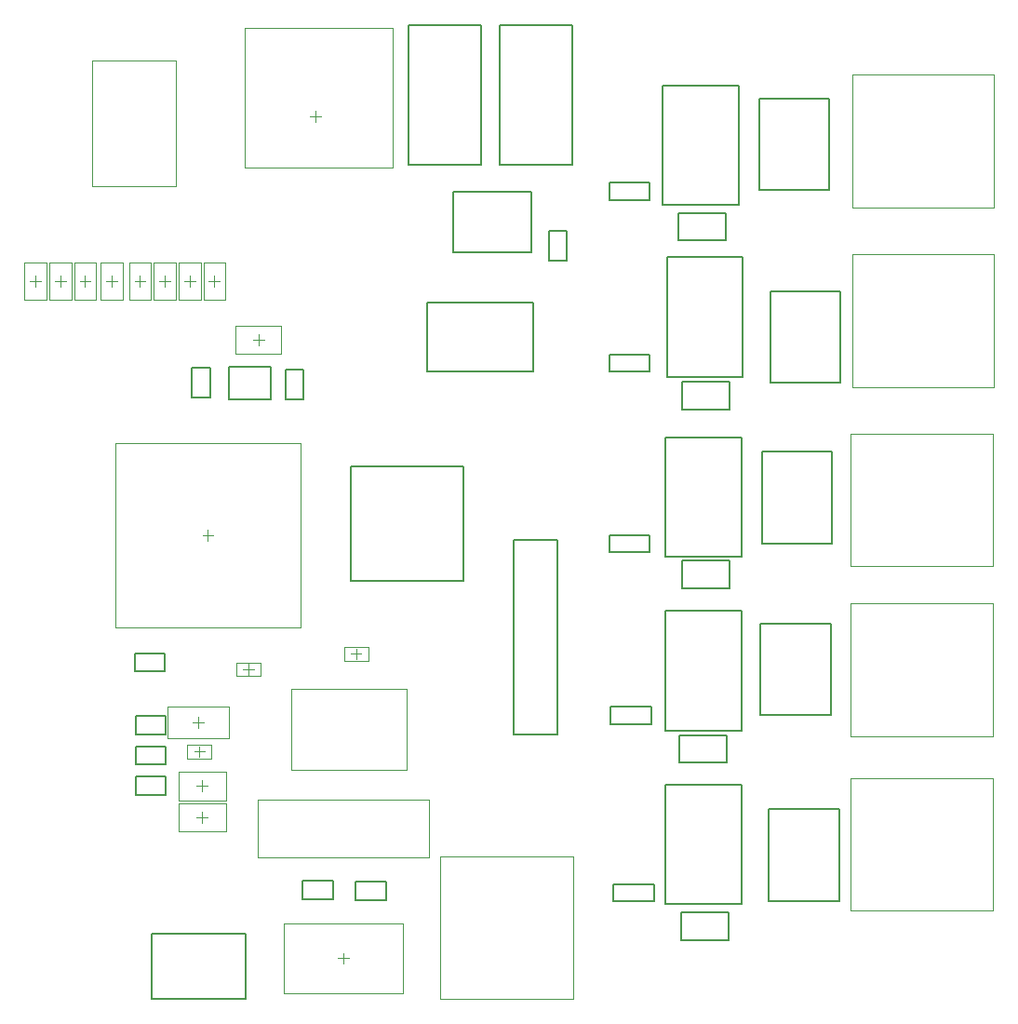
<source format=gbr>
G04*
G04 #@! TF.GenerationSoftware,Altium Limited,Altium Designer,24.6.1 (21)*
G04*
G04 Layer_Color=32768*
%FSLAX25Y25*%
%MOIN*%
G70*
G04*
G04 #@! TF.SameCoordinates,02B8DA6F-49FF-4BAE-8194-33363A00AC8D*
G04*
G04*
G04 #@! TF.FilePolarity,Positive*
G04*
G01*
G75*
%ADD11C,0.00394*%
%ADD13C,0.00787*%
%ADD82C,0.00197*%
D11*
X455500Y415031D02*
Y418968D01*
X453532Y417000D02*
X457469D01*
X411626Y200000D02*
X415563D01*
X413594Y198031D02*
Y201969D01*
X415032Y267000D02*
X418969D01*
X417000Y265032D02*
Y268969D01*
X412988Y166000D02*
X416925D01*
X414957Y164031D02*
Y167969D01*
X429630Y219000D02*
X433370D01*
X431500Y217130D02*
Y220870D01*
X468169Y224500D02*
X471909D01*
X470039Y222630D02*
Y226370D01*
X435063Y335031D02*
Y338968D01*
X433095Y337000D02*
X437032D01*
X408468Y358000D02*
X412405D01*
X410437Y356032D02*
Y359969D01*
X417343Y358000D02*
X421280D01*
X419311Y356031D02*
Y359968D01*
X399594Y358000D02*
X403531D01*
X401563Y356031D02*
Y359969D01*
X353283Y358000D02*
X357220D01*
X355252Y356032D02*
Y359969D01*
X362157Y358000D02*
X366094D01*
X364126Y356031D02*
Y359969D01*
X371032Y358000D02*
X374969D01*
X373000Y356031D02*
Y359969D01*
X412988Y177236D02*
X416925D01*
X414957Y175268D02*
Y179205D01*
X380598Y358000D02*
X384535D01*
X382567Y356031D02*
Y359969D01*
X412091Y189500D02*
X415831D01*
X413961Y187630D02*
Y191370D01*
X390720Y358000D02*
X394657D01*
X392689Y356031D02*
Y359969D01*
D13*
X521508Y449736D02*
X547492D01*
X521508Y399736D02*
Y449736D01*
Y399736D02*
X547492D01*
Y449736D01*
X489008D02*
X514992D01*
X489008Y399736D02*
Y449736D01*
Y399736D02*
X514992D01*
Y449736D01*
X580858Y197114D02*
Y239902D01*
Y197114D02*
X608142D01*
Y239902D01*
X580858D02*
X608142D01*
X526445Y265264D02*
X542193D01*
X526445Y195579D02*
Y265264D01*
Y195579D02*
X542193D01*
Y265264D01*
X560717Y387099D02*
Y393201D01*
Y387099D02*
X575283D01*
Y393201D01*
X560717D02*
X575283D01*
X539350Y365319D02*
X545650D01*
Y375981D01*
X539350D02*
X545650D01*
X539350Y365319D02*
Y375981D01*
X505004Y368173D02*
Y389827D01*
Y368173D02*
X532996D01*
Y389827D01*
X505004D02*
X532996D01*
X508618Y250808D02*
Y291595D01*
X468264Y250808D02*
X508618D01*
X468264D02*
Y291595D01*
X508618D01*
X561343Y205551D02*
X575909D01*
Y199449D02*
Y205551D01*
X561343Y199449D02*
X575909D01*
X561343D02*
Y205551D01*
X562217Y142051D02*
X576783D01*
Y135949D02*
Y142051D01*
X562217Y135949D02*
X576783D01*
X562217D02*
Y142051D01*
X450941Y143346D02*
X461965D01*
Y136654D02*
Y143346D01*
X450941Y136654D02*
X461965D01*
X450941D02*
Y143346D01*
X469988Y136154D02*
X481012D01*
X469988D02*
Y142846D01*
X481012D01*
Y136154D02*
Y142846D01*
X396783Y124461D02*
X430642D01*
Y101114D02*
Y124461D01*
X396783Y101114D02*
X430642D01*
X396783D02*
Y124461D01*
X391099Y184957D02*
X401753D01*
X391099D02*
Y191453D01*
X401753D01*
Y184957D02*
Y191453D01*
X391099Y195752D02*
X401753D01*
X391099D02*
Y202248D01*
X401753D01*
Y195752D02*
Y202248D01*
X390815Y218252D02*
X401470D01*
X390815D02*
Y224748D01*
X401470D01*
Y218252D02*
Y224748D01*
X495406Y325795D02*
X533594D01*
X495406D02*
Y350205D01*
X533594D01*
Y325795D02*
Y350205D01*
X424520Y315594D02*
X439480D01*
X424520D02*
Y327406D01*
X439480D01*
Y315594D02*
Y327406D01*
X451307Y315653D02*
Y326308D01*
X444811Y315653D02*
X451307D01*
X444811D02*
Y326308D01*
X451307D01*
X411252Y316173D02*
Y326827D01*
X417748D01*
Y316173D02*
Y326827D01*
X411252Y316173D02*
X417748D01*
X391099Y173988D02*
X401753D01*
X391099D02*
Y180484D01*
X401753D01*
Y173988D02*
Y180484D01*
X580858Y177662D02*
X608142D01*
Y134875D02*
Y177662D01*
X580858Y134875D02*
X608142D01*
X580858D02*
Y177662D01*
X586019Y185563D02*
X602981D01*
X586019D02*
Y195437D01*
X602981D01*
Y185563D02*
Y195437D01*
X587019Y248063D02*
X603981D01*
X587019D02*
Y257937D01*
X603981D01*
Y248063D02*
Y257937D01*
X580858Y302044D02*
X608142D01*
Y259256D02*
Y302044D01*
X580858Y259256D02*
X608142D01*
X580858D02*
Y302044D01*
X581395Y366544D02*
X608678D01*
Y323756D02*
Y366544D01*
X581395Y323756D02*
X608678D01*
X581395D02*
Y366544D01*
X585556Y372563D02*
X602517D01*
X585556D02*
Y382437D01*
X602517D01*
Y372563D02*
Y382437D01*
X579895Y428044D02*
X607178D01*
Y385256D02*
Y428044D01*
X579895Y385256D02*
X607178D01*
X579895D02*
Y428044D01*
X614399Y390602D02*
Y423398D01*
X639674D01*
Y390602D02*
Y423398D01*
X614399Y390602D02*
X639674D01*
X614862Y202602D02*
Y235398D01*
X640138D01*
Y202602D02*
Y235398D01*
X614862Y202602D02*
X640138D01*
X617862Y136102D02*
Y168898D01*
X643138D01*
Y136102D02*
Y168898D01*
X617862Y136102D02*
X643138D01*
X586519Y122063D02*
X603481D01*
X586519D02*
Y131937D01*
X603481D01*
Y122063D02*
Y131937D01*
X560717Y331701D02*
X575283D01*
Y325599D02*
Y331701D01*
X560717Y325599D02*
X575283D01*
X560717D02*
Y331701D01*
X615362Y264102D02*
X640638D01*
Y296898D01*
X615362D02*
X640638D01*
X615362Y264102D02*
Y296898D01*
X560717Y260949D02*
Y267051D01*
Y260949D02*
X575283D01*
Y267051D01*
X560717D02*
X575283D01*
X618362Y321484D02*
X643638D01*
Y354279D01*
X618362D02*
X643638D01*
X618362Y321484D02*
Y354279D01*
X603981Y312063D02*
Y321937D01*
X587019D02*
X603981D01*
X587019Y312063D02*
Y321937D01*
Y312063D02*
X603981D01*
D82*
X647241Y195098D02*
Y242578D01*
X698029D01*
Y195098D02*
Y242578D01*
X647241Y195098D02*
X698029D01*
X647241Y255874D02*
X698029D01*
Y303354D01*
X647241D02*
X698029D01*
X647241Y255874D02*
Y303354D01*
X647778Y320098D02*
Y367578D01*
X698565D01*
Y320098D02*
Y367578D01*
X647778Y320098D02*
X698565D01*
X647778Y384374D02*
Y431854D01*
X698565D01*
Y384374D02*
Y431854D01*
X647778Y384374D02*
X698565D01*
X430106Y398496D02*
X483137D01*
Y448495D01*
X430106D02*
X483137D01*
X430106Y398496D02*
Y448495D01*
X424618Y194291D02*
Y205709D01*
X402571Y194291D02*
Y205709D01*
Y194291D02*
X424618D01*
X402571Y205709D02*
X424618D01*
X450071Y233929D02*
Y300071D01*
X383929Y233929D02*
Y300071D01*
Y233929D02*
X450071D01*
X383929Y300071D02*
X450071D01*
X375539Y437138D02*
X405461D01*
Y391862D02*
Y437138D01*
X375539Y391862D02*
X405461D01*
X375539D02*
Y437138D01*
X500244Y151894D02*
X547724D01*
Y101106D02*
Y151894D01*
X500244Y101106D02*
X547724D01*
X500244D02*
Y151894D01*
X444043Y128000D02*
X486957D01*
Y103000D02*
Y128000D01*
X444043Y103000D02*
X486957D01*
X444043D02*
Y128000D01*
X463532Y115500D02*
X467469D01*
X465500Y113532D02*
Y117469D01*
X434791Y172236D02*
X496209D01*
Y151764D02*
Y172236D01*
X434791Y151764D02*
X496209D01*
X434791D02*
Y172236D01*
X406492Y160882D02*
Y171118D01*
X423421Y160882D02*
Y171118D01*
X406492D02*
X423421D01*
X406492Y160882D02*
X423421D01*
X435831Y216638D02*
Y221362D01*
X427169Y216638D02*
Y221362D01*
Y216638D02*
X435831D01*
X427169Y221362D02*
X435831D01*
X474370Y222138D02*
Y226862D01*
X465709Y222138D02*
Y226862D01*
Y222138D02*
X474370D01*
X465709Y226862D02*
X474370D01*
X447008Y183110D02*
Y211890D01*
X488346D01*
Y183110D02*
Y211890D01*
X447008Y183110D02*
X488346D01*
X426795Y332079D02*
X443331D01*
X426795Y341921D02*
X443331D01*
Y332079D02*
Y341921D01*
X426795Y332079D02*
Y341921D01*
X406500Y351307D02*
Y364693D01*
X414374Y351307D02*
Y364693D01*
X406500Y351307D02*
X414374D01*
X406500Y364693D02*
X414374D01*
X415374Y351307D02*
Y364693D01*
X423248Y351307D02*
Y364693D01*
X415374Y351307D02*
X423248D01*
X415374Y364693D02*
X423248D01*
X397626Y351307D02*
Y364693D01*
X405500Y351307D02*
Y364693D01*
X397626Y351307D02*
X405500D01*
X397626Y364693D02*
X405500D01*
X351315Y351307D02*
Y364693D01*
X359189Y351307D02*
Y364693D01*
X351315Y351307D02*
X359189D01*
X351315Y364693D02*
X359189D01*
X360189Y351307D02*
Y364693D01*
X368063Y351307D02*
Y364693D01*
X360189Y351307D02*
X368063D01*
X360189Y364693D02*
X368063D01*
X369063Y351307D02*
Y364693D01*
X376937Y351307D02*
Y364693D01*
X369063Y351307D02*
X376937D01*
X369063Y364693D02*
X376937D01*
X406492Y172118D02*
Y182354D01*
X423421Y172118D02*
Y182354D01*
X406492D02*
X423421D01*
X406492Y172118D02*
X423421D01*
X378630Y351307D02*
Y364693D01*
X386504Y351307D02*
Y364693D01*
X378630Y351307D02*
X386504D01*
X378630Y364693D02*
X386504D01*
X418291Y187138D02*
Y191862D01*
X409630Y187138D02*
Y191862D01*
Y187138D02*
X418291D01*
X409630Y191862D02*
X418291D01*
X388752Y351307D02*
Y364693D01*
X396626Y351307D02*
Y364693D01*
X388752Y351307D02*
X396626D01*
X388752Y364693D02*
X396626D01*
X647241Y132598D02*
Y180078D01*
X698029D01*
Y132598D02*
Y180078D01*
X647241Y132598D02*
X698029D01*
M02*

</source>
